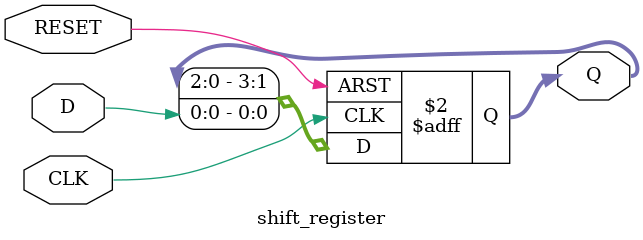
<source format=v>
module shift_register (
    input CLK,
    input D,
    input RESET,
    output reg [3:0] Q
);
    always @(posedge CLK or posedge RESET) begin
        if (RESET)
            Q <= 4'b0000;
        else
            Q <= {Q[2:0], D};
    end
endmodule

</source>
